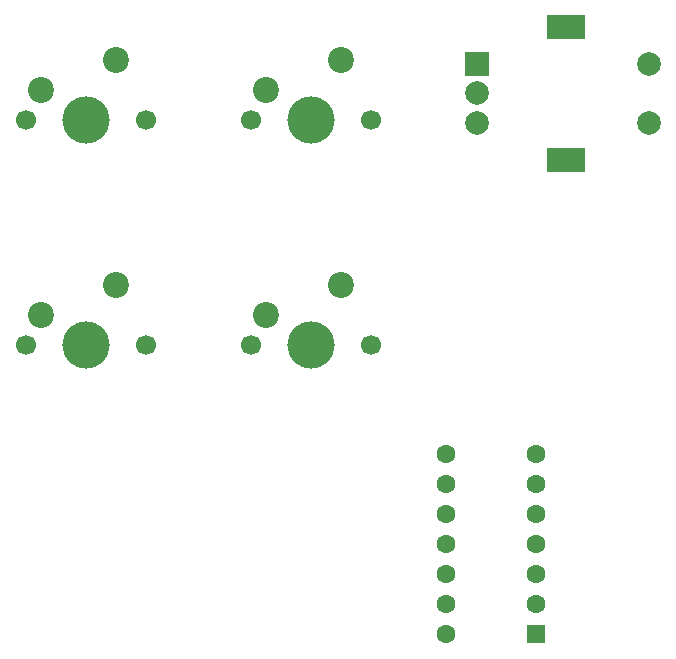
<source format=gbr>
%TF.GenerationSoftware,KiCad,Pcbnew,9.0.7*%
%TF.CreationDate,2026-02-07T12:31:03+00:00*%
%TF.ProjectId,micro discord board,6d696372-6f20-4646-9973-636f72642062,rev?*%
%TF.SameCoordinates,Original*%
%TF.FileFunction,Soldermask,Bot*%
%TF.FilePolarity,Negative*%
%FSLAX46Y46*%
G04 Gerber Fmt 4.6, Leading zero omitted, Abs format (unit mm)*
G04 Created by KiCad (PCBNEW 9.0.7) date 2026-02-07 12:31:03*
%MOMM*%
%LPD*%
G01*
G04 APERTURE LIST*
G04 Aperture macros list*
%AMRoundRect*
0 Rectangle with rounded corners*
0 $1 Rounding radius*
0 $2 $3 $4 $5 $6 $7 $8 $9 X,Y pos of 4 corners*
0 Add a 4 corners polygon primitive as box body*
4,1,4,$2,$3,$4,$5,$6,$7,$8,$9,$2,$3,0*
0 Add four circle primitives for the rounded corners*
1,1,$1+$1,$2,$3*
1,1,$1+$1,$4,$5*
1,1,$1+$1,$6,$7*
1,1,$1+$1,$8,$9*
0 Add four rect primitives between the rounded corners*
20,1,$1+$1,$2,$3,$4,$5,0*
20,1,$1+$1,$4,$5,$6,$7,0*
20,1,$1+$1,$6,$7,$8,$9,0*
20,1,$1+$1,$8,$9,$2,$3,0*%
G04 Aperture macros list end*
%ADD10C,1.700000*%
%ADD11C,4.000000*%
%ADD12C,2.200000*%
%ADD13R,2.000000X2.000000*%
%ADD14C,2.000000*%
%ADD15R,3.200000X2.000000*%
%ADD16RoundRect,0.250000X0.550000X0.550000X-0.550000X0.550000X-0.550000X-0.550000X0.550000X-0.550000X0*%
%ADD17C,1.600000*%
G04 APERTURE END LIST*
D10*
%TO.C,SW3*%
X80645000Y-66675000D03*
D11*
X85725000Y-66675000D03*
D10*
X90805000Y-66675000D03*
D12*
X88265000Y-61595000D03*
X81915000Y-64135000D03*
%TD*%
D10*
%TO.C,SW4*%
X99695000Y-66675000D03*
D11*
X104775000Y-66675000D03*
D10*
X109855000Y-66675000D03*
D12*
X107315000Y-61595000D03*
X100965000Y-64135000D03*
%TD*%
D13*
%TO.C,SW5*%
X118850000Y-42862500D03*
D14*
X118850000Y-47862500D03*
X118850000Y-45362500D03*
D15*
X126350000Y-39762500D03*
X126350000Y-50962500D03*
D14*
X133350000Y-47862500D03*
X133350000Y-42862500D03*
%TD*%
D16*
%TO.C,U1*%
X123825000Y-91122500D03*
D17*
X123825000Y-88582500D03*
X123825000Y-86042500D03*
X123825000Y-83502500D03*
X123825000Y-80962500D03*
X123825000Y-78422500D03*
X123825000Y-75882500D03*
X116205000Y-75882500D03*
X116205000Y-78422500D03*
X116205000Y-80962500D03*
X116205000Y-83502500D03*
X116205000Y-86042500D03*
X116205000Y-88582500D03*
X116205000Y-91122500D03*
%TD*%
D10*
%TO.C,SW1*%
X80645000Y-47625000D03*
D11*
X85725000Y-47625000D03*
D10*
X90805000Y-47625000D03*
D12*
X88265000Y-42545000D03*
X81915000Y-45085000D03*
%TD*%
D10*
%TO.C,SW2*%
X99695000Y-47625000D03*
D11*
X104775000Y-47625000D03*
D10*
X109855000Y-47625000D03*
D12*
X107315000Y-42545000D03*
X100965000Y-45085000D03*
%TD*%
M02*

</source>
